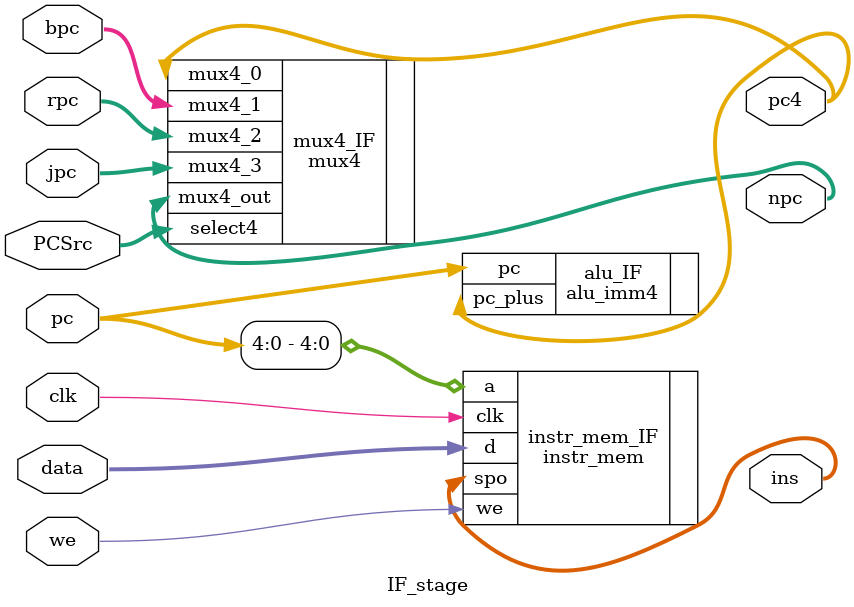
<source format=v>
`timescale 1ns / 1ps
module IF_stage(
	input [31:0]pc, bpc, rpc, jpc,
	input [1:0]PCSrc,
	output [31:0]npc, pc4, ins,
	
	input clk, 
	input [31:0]data,
	input we
);

mux4 mux4_IF(
	.select4(PCSrc),
	.mux4_out(npc),
	.mux4_0(pc4),
	.mux4_1(bpc),
	.mux4_2(rpc),
	.mux4_3(jpc)
);

alu_imm4 alu_IF(
	.pc(pc),
	.pc_plus(pc4)
);

instr_mem instr_mem_IF(
	.a(pc[4:0]),
	.d(data),
	.clk(clk),
	.we(we),
	.spo(ins)
);

endmodule

</source>
